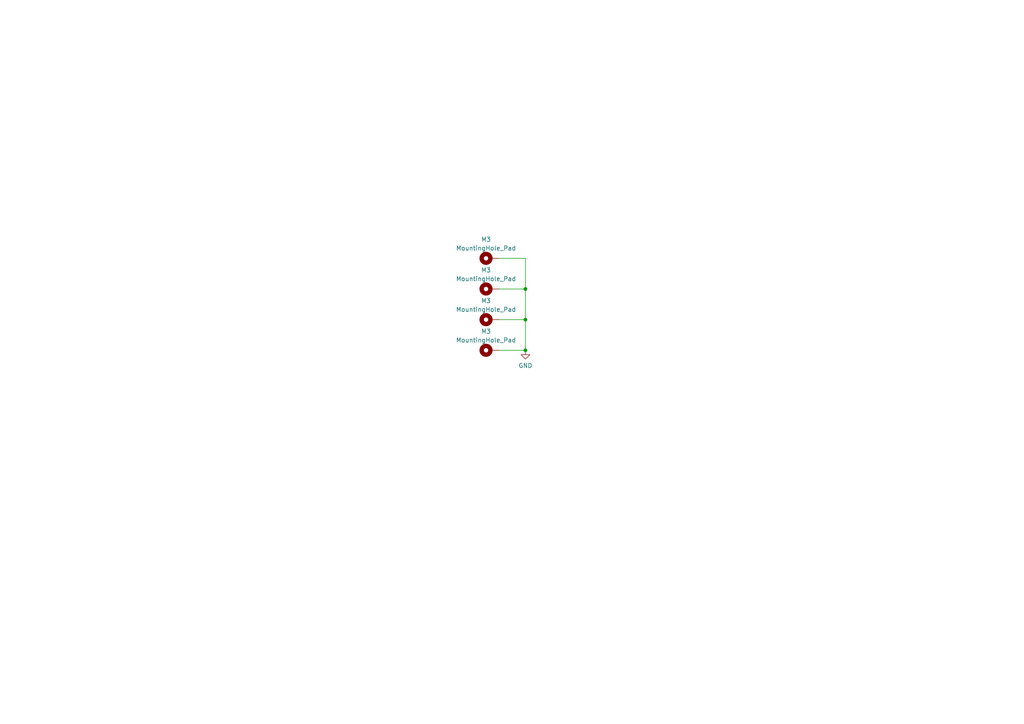
<source format=kicad_sch>
(kicad_sch (version 20211123) (generator eeschema)
  (paper "A4")
  (title_block (title "EPS Schematics") (date "2023-04-08") (rev "v0.0.3") (comment 1 "e-mail: ") (comment 2 "Author: Carlos Martinez Mora"))
  (lib_symbols
    (symbol "Mechanical:MountingHole_Pad" (pin_numbers hide) (pin_names (offset 1.016) hide)
      (property "Reference" "H" (at 0 6.35 0))
      (property "Value" "MountingHole_Pad" (at 0 4.445 0))
      (symbol "MountingHole_Pad_0_1"
        (circle (center 0 1.27) (radius 1.27) (stroke (width 1.27)))
      )
      (symbol "MountingHole_Pad_1_1"
        (pin input line (at 0 -2.54 90) (length 2.54) (name "1") (number "1"))
      )
    )
    (symbol "power:GND" (power) (pin_names (offset 0))
      (property "Value" "GND" (at 0 -3.81 0))
      (symbol "GND_0_1"
        (polyline (pts (xy 0 0) (xy 0 -1.27) (xy 1.27 -1.27) (xy 0 -2.54) (xy -1.27 -1.27) (xy 0 -1.27)))
      )
      (symbol "GND_1_1"
        (pin power_in line (at 0 0 270) (length 0) hide (name "GND") (number "1"))
      )
    )
  )
  (junction (at 152.4 92.71))
  (junction (at 152.4 83.82))
  (junction (at 152.4 101.6))
  (wire (pts (xy 144.78 92.71) (xy 152.4 92.71)))
  (wire (pts (xy 152.4 74.93) (xy 152.4 83.82)))
  (wire (pts (xy 144.78 101.6) (xy 152.4 101.6)))
  (wire (pts (xy 152.4 83.82) (xy 152.4 92.71)))
  (wire (pts (xy 144.78 83.82) (xy 152.4 83.82)))
  (wire (pts (xy 152.4 92.71) (xy 152.4 101.6)))
  (wire (pts (xy 144.78 74.93) (xy 152.4 74.93)))
  (symbol (lib_id "Mechanical:MountingHole_Pad") (at 142.24 92.71 90) (unit 1)
    (property "Reference" "M3" (at 140.97 87.2322 90))
    (property "Value" "MountingHole_Pad" (at 140.97 89.7691 90))
  )
  (symbol (lib_id "Mechanical:MountingHole_Pad") (at 142.24 83.82 90) (unit 1)
    (property "Reference" "M3" (at 140.97 78.3422 90))
    (property "Value" "MountingHole_Pad" (at 140.97 80.8791 90))
  )
  (symbol (lib_id "power:GND") (at 152.4 101.6 0) (unit 1)
    (property "Reference" "#PWR?" (effects hide))
    (property "Value" "GND" (at 152.4 106.0434 0))
  )
  (symbol (lib_id "Mechanical:MountingHole_Pad") (at 142.24 74.93 90) (unit 1)
    (property "Reference" "M3" (at 140.97 69.4522 90))
    (property "Value" "MountingHole_Pad" (at 140.97 71.9891 90))
  )
  (symbol (lib_id "Mechanical:MountingHole_Pad") (at 142.24 101.6 90) (unit 1)
    (property "Reference" "M3" (at 140.97 96.1222 90))
    (property "Value" "MountingHole_Pad" (at 140.97 98.6591 90))
  )
)
</source>
